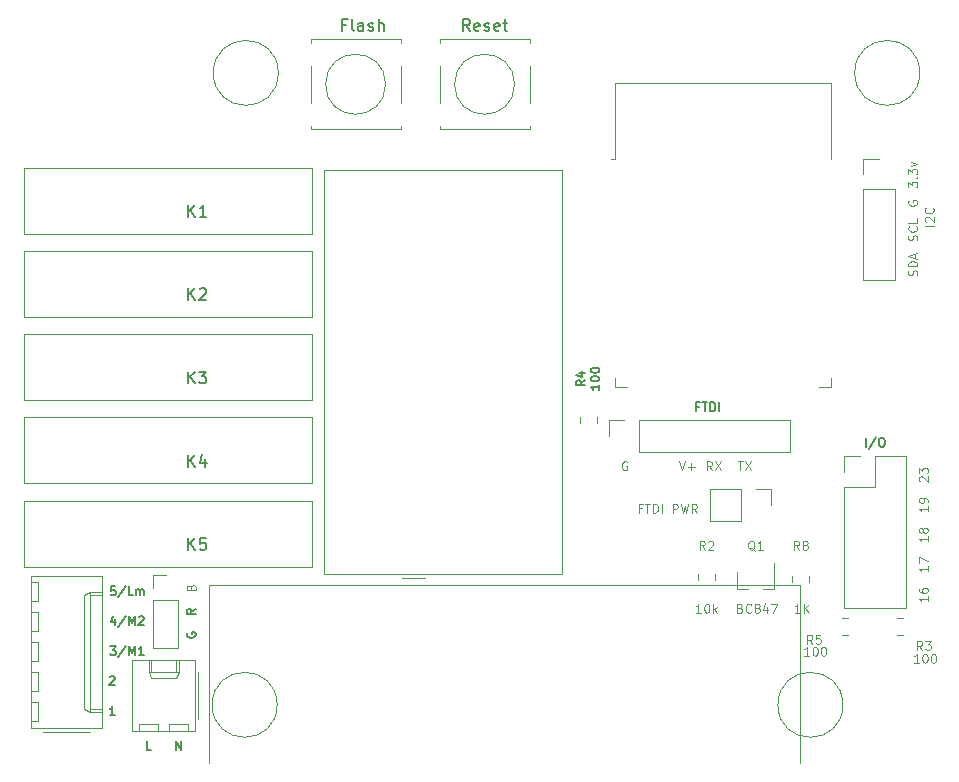
<source format=gbr>
%TF.GenerationSoftware,KiCad,Pcbnew,5.1.5+dfsg1-2build2*%
%TF.CreationDate,2021-01-07T21:04:46-03:00*%
%TF.ProjectId,Punkatoo,50756e6b-6174-46f6-9f2e-6b696361645f,rev?*%
%TF.SameCoordinates,Original*%
%TF.FileFunction,Legend,Top*%
%TF.FilePolarity,Positive*%
%FSLAX46Y46*%
G04 Gerber Fmt 4.6, Leading zero omitted, Abs format (unit mm)*
G04 Created by KiCad (PCBNEW 5.1.5+dfsg1-2build2) date 2021-01-07 21:04:46*
%MOMM*%
%LPD*%
G04 APERTURE LIST*
%ADD10C,0.120000*%
%ADD11C,0.130000*%
%ADD12C,0.150000*%
G04 APERTURE END LIST*
D10*
X146789285Y-73171429D02*
X146789285Y-72707143D01*
X147075000Y-72957143D01*
X147075000Y-72850001D01*
X147110714Y-72778572D01*
X147146428Y-72742858D01*
X147217857Y-72707143D01*
X147396428Y-72707143D01*
X147467857Y-72742858D01*
X147503571Y-72778572D01*
X147539285Y-72850001D01*
X147539285Y-73064286D01*
X147503571Y-73135715D01*
X147467857Y-73171429D01*
X147467857Y-72385715D02*
X147503571Y-72350001D01*
X147539285Y-72385715D01*
X147503571Y-72421429D01*
X147467857Y-72385715D01*
X147539285Y-72385715D01*
X146789285Y-72100001D02*
X146789285Y-71635715D01*
X147075000Y-71885715D01*
X147075000Y-71778572D01*
X147110714Y-71707143D01*
X147146428Y-71671429D01*
X147217857Y-71635715D01*
X147396428Y-71635715D01*
X147467857Y-71671429D01*
X147503571Y-71707143D01*
X147539285Y-71778572D01*
X147539285Y-71992858D01*
X147503571Y-72064286D01*
X147467857Y-72100001D01*
X147039285Y-71385715D02*
X147539285Y-71207143D01*
X147039285Y-71028572D01*
X147760714Y-98071429D02*
X147725000Y-98035715D01*
X147689285Y-97964286D01*
X147689285Y-97785715D01*
X147725000Y-97714286D01*
X147760714Y-97678572D01*
X147832142Y-97642858D01*
X147903571Y-97642858D01*
X148010714Y-97678572D01*
X148439285Y-98107143D01*
X148439285Y-97642858D01*
X147689285Y-97392858D02*
X147689285Y-96928572D01*
X147975000Y-97178572D01*
X147975000Y-97071429D01*
X148010714Y-97000001D01*
X148046428Y-96964286D01*
X148117857Y-96928572D01*
X148296428Y-96928572D01*
X148367857Y-96964286D01*
X148403571Y-97000001D01*
X148439285Y-97071429D01*
X148439285Y-97285715D01*
X148403571Y-97357143D01*
X148367857Y-97392858D01*
X148439285Y-100182858D02*
X148439285Y-100611429D01*
X148439285Y-100397143D02*
X147689285Y-100397143D01*
X147796428Y-100468572D01*
X147867857Y-100540001D01*
X147903571Y-100611429D01*
X148439285Y-99825715D02*
X148439285Y-99682858D01*
X148403571Y-99611429D01*
X148367857Y-99575715D01*
X148260714Y-99504286D01*
X148117857Y-99468572D01*
X147832142Y-99468572D01*
X147760714Y-99504286D01*
X147725000Y-99540001D01*
X147689285Y-99611429D01*
X147689285Y-99754286D01*
X147725000Y-99825715D01*
X147760714Y-99861429D01*
X147832142Y-99897143D01*
X148010714Y-99897143D01*
X148082142Y-99861429D01*
X148117857Y-99825715D01*
X148153571Y-99754286D01*
X148153571Y-99611429D01*
X148117857Y-99540001D01*
X148082142Y-99504286D01*
X148010714Y-99468572D01*
X148439285Y-102722858D02*
X148439285Y-103151429D01*
X148439285Y-102937143D02*
X147689285Y-102937143D01*
X147796428Y-103008572D01*
X147867857Y-103080001D01*
X147903571Y-103151429D01*
X148010714Y-102294286D02*
X147975000Y-102365715D01*
X147939285Y-102401429D01*
X147867857Y-102437143D01*
X147832142Y-102437143D01*
X147760714Y-102401429D01*
X147725000Y-102365715D01*
X147689285Y-102294286D01*
X147689285Y-102151429D01*
X147725000Y-102080001D01*
X147760714Y-102044286D01*
X147832142Y-102008572D01*
X147867857Y-102008572D01*
X147939285Y-102044286D01*
X147975000Y-102080001D01*
X148010714Y-102151429D01*
X148010714Y-102294286D01*
X148046428Y-102365715D01*
X148082142Y-102401429D01*
X148153571Y-102437143D01*
X148296428Y-102437143D01*
X148367857Y-102401429D01*
X148403571Y-102365715D01*
X148439285Y-102294286D01*
X148439285Y-102151429D01*
X148403571Y-102080001D01*
X148367857Y-102044286D01*
X148296428Y-102008572D01*
X148153571Y-102008572D01*
X148082142Y-102044286D01*
X148046428Y-102080001D01*
X148010714Y-102151429D01*
X148439285Y-105262858D02*
X148439285Y-105691429D01*
X148439285Y-105477143D02*
X147689285Y-105477143D01*
X147796428Y-105548572D01*
X147867857Y-105620001D01*
X147903571Y-105691429D01*
X147689285Y-105012858D02*
X147689285Y-104512858D01*
X148439285Y-104834286D01*
X148439285Y-107802858D02*
X148439285Y-108231429D01*
X148439285Y-108017143D02*
X147689285Y-108017143D01*
X147796428Y-108088572D01*
X147867857Y-108160001D01*
X147903571Y-108231429D01*
X147689285Y-107160001D02*
X147689285Y-107302858D01*
X147725000Y-107374286D01*
X147760714Y-107410001D01*
X147867857Y-107481429D01*
X148010714Y-107517143D01*
X148296428Y-107517143D01*
X148367857Y-107481429D01*
X148403571Y-107445715D01*
X148439285Y-107374286D01*
X148439285Y-107231429D01*
X148403571Y-107160001D01*
X148367857Y-107124286D01*
X148296428Y-107088572D01*
X148117857Y-107088572D01*
X148046428Y-107124286D01*
X148010714Y-107160001D01*
X147975000Y-107231429D01*
X147975000Y-107374286D01*
X148010714Y-107445715D01*
X148046428Y-107481429D01*
X148117857Y-107517143D01*
X146825000Y-74312619D02*
X146789285Y-74384048D01*
X146789285Y-74491190D01*
X146825000Y-74598333D01*
X146896428Y-74669762D01*
X146967857Y-74705476D01*
X147110714Y-74741190D01*
X147217857Y-74741190D01*
X147360714Y-74705476D01*
X147432142Y-74669762D01*
X147503571Y-74598333D01*
X147539285Y-74491190D01*
X147539285Y-74419762D01*
X147503571Y-74312619D01*
X147467857Y-74276905D01*
X147217857Y-74276905D01*
X147217857Y-74419762D01*
X147503571Y-77668096D02*
X147539285Y-77560953D01*
X147539285Y-77382381D01*
X147503571Y-77310953D01*
X147467857Y-77275239D01*
X147396428Y-77239524D01*
X147325000Y-77239524D01*
X147253571Y-77275239D01*
X147217857Y-77310953D01*
X147182142Y-77382381D01*
X147146428Y-77525239D01*
X147110714Y-77596667D01*
X147075000Y-77632381D01*
X147003571Y-77668096D01*
X146932142Y-77668096D01*
X146860714Y-77632381D01*
X146825000Y-77596667D01*
X146789285Y-77525239D01*
X146789285Y-77346667D01*
X146825000Y-77239524D01*
X147467857Y-76489524D02*
X147503571Y-76525239D01*
X147539285Y-76632381D01*
X147539285Y-76703810D01*
X147503571Y-76810953D01*
X147432142Y-76882381D01*
X147360714Y-76918096D01*
X147217857Y-76953810D01*
X147110714Y-76953810D01*
X146967857Y-76918096D01*
X146896428Y-76882381D01*
X146825000Y-76810953D01*
X146789285Y-76703810D01*
X146789285Y-76632381D01*
X146825000Y-76525239D01*
X146860714Y-76489524D01*
X147539285Y-75810953D02*
X147539285Y-76168096D01*
X146789285Y-76168096D01*
X147503571Y-80630715D02*
X147539285Y-80523572D01*
X147539285Y-80345001D01*
X147503571Y-80273572D01*
X147467857Y-80237858D01*
X147396428Y-80202143D01*
X147325000Y-80202143D01*
X147253571Y-80237858D01*
X147217857Y-80273572D01*
X147182142Y-80345001D01*
X147146428Y-80487858D01*
X147110714Y-80559286D01*
X147075000Y-80595001D01*
X147003571Y-80630715D01*
X146932142Y-80630715D01*
X146860714Y-80595001D01*
X146825000Y-80559286D01*
X146789285Y-80487858D01*
X146789285Y-80309286D01*
X146825000Y-80202143D01*
X147539285Y-79880715D02*
X146789285Y-79880715D01*
X146789285Y-79702143D01*
X146825000Y-79595001D01*
X146896428Y-79523572D01*
X146967857Y-79487858D01*
X147110714Y-79452143D01*
X147217857Y-79452143D01*
X147360714Y-79487858D01*
X147432142Y-79523572D01*
X147503571Y-79595001D01*
X147539285Y-79702143D01*
X147539285Y-79880715D01*
X147325000Y-79166429D02*
X147325000Y-78809286D01*
X147539285Y-79237858D02*
X146789285Y-78987858D01*
X147539285Y-78737858D01*
D11*
X85725000Y-110903571D02*
X85689285Y-110975000D01*
X85689285Y-111082142D01*
X85725000Y-111189285D01*
X85796428Y-111260714D01*
X85867857Y-111296428D01*
X86010714Y-111332142D01*
X86117857Y-111332142D01*
X86260714Y-111296428D01*
X86332142Y-111260714D01*
X86403571Y-111189285D01*
X86439285Y-111082142D01*
X86439285Y-111010714D01*
X86403571Y-110903571D01*
X86367857Y-110867857D01*
X86117857Y-110867857D01*
X86117857Y-111010714D01*
X86439285Y-108867857D02*
X86082142Y-109117857D01*
X86439285Y-109296428D02*
X85689285Y-109296428D01*
X85689285Y-109010714D01*
X85725000Y-108939285D01*
X85760714Y-108903571D01*
X85832142Y-108867857D01*
X85939285Y-108867857D01*
X86010714Y-108903571D01*
X86046428Y-108939285D01*
X86082142Y-109010714D01*
X86082142Y-109296428D01*
D10*
X127385714Y-96389285D02*
X127635714Y-97139285D01*
X127885714Y-96389285D01*
X128135714Y-96853571D02*
X128707142Y-96853571D01*
X128421428Y-97139285D02*
X128421428Y-96567857D01*
X132328571Y-96389285D02*
X132757142Y-96389285D01*
X132542857Y-97139285D02*
X132542857Y-96389285D01*
X132935714Y-96389285D02*
X133435714Y-97139285D01*
X133435714Y-96389285D02*
X132935714Y-97139285D01*
X130175000Y-97139285D02*
X129925000Y-96782142D01*
X129746428Y-97139285D02*
X129746428Y-96389285D01*
X130032142Y-96389285D01*
X130103571Y-96425000D01*
X130139285Y-96460714D01*
X130175000Y-96532142D01*
X130175000Y-96639285D01*
X130139285Y-96710714D01*
X130103571Y-96746428D01*
X130032142Y-96782142D01*
X129746428Y-96782142D01*
X130425000Y-96389285D02*
X130925000Y-97139285D01*
X130925000Y-96389285D02*
X130425000Y-97139285D01*
X122956428Y-96425000D02*
X122885000Y-96389285D01*
X122777857Y-96389285D01*
X122670714Y-96425000D01*
X122599285Y-96496428D01*
X122563571Y-96567857D01*
X122527857Y-96710714D01*
X122527857Y-96817857D01*
X122563571Y-96960714D01*
X122599285Y-97032142D01*
X122670714Y-97103571D01*
X122777857Y-97139285D01*
X122849285Y-97139285D01*
X122956428Y-97103571D01*
X122992142Y-97067857D01*
X122992142Y-96817857D01*
X122849285Y-96817857D01*
X86046428Y-107046428D02*
X86082142Y-106939285D01*
X86117857Y-106903571D01*
X86189285Y-106867857D01*
X86296428Y-106867857D01*
X86367857Y-106903571D01*
X86403571Y-106939285D01*
X86439285Y-107010714D01*
X86439285Y-107296428D01*
X85689285Y-107296428D01*
X85689285Y-107046428D01*
X85725000Y-106975000D01*
X85760714Y-106939285D01*
X85832142Y-106903571D01*
X85903571Y-106903571D01*
X85975000Y-106939285D01*
X86010714Y-106975000D01*
X86046428Y-107046428D01*
X86046428Y-107296428D01*
D11*
X84785714Y-120839285D02*
X84785714Y-120089285D01*
X85214285Y-120839285D01*
X85214285Y-120089285D01*
X82692142Y-120839285D02*
X82335000Y-120839285D01*
X82335000Y-120089285D01*
X79614285Y-117884285D02*
X79185714Y-117884285D01*
X79400000Y-117884285D02*
X79400000Y-117134285D01*
X79328571Y-117241428D01*
X79257142Y-117312857D01*
X79185714Y-117348571D01*
X79185714Y-114665714D02*
X79221428Y-114630000D01*
X79292857Y-114594285D01*
X79471428Y-114594285D01*
X79542857Y-114630000D01*
X79578571Y-114665714D01*
X79614285Y-114737142D01*
X79614285Y-114808571D01*
X79578571Y-114915714D01*
X79150000Y-115344285D01*
X79614285Y-115344285D01*
X79221428Y-112054285D02*
X79685714Y-112054285D01*
X79435714Y-112340000D01*
X79542857Y-112340000D01*
X79614285Y-112375714D01*
X79650000Y-112411428D01*
X79685714Y-112482857D01*
X79685714Y-112661428D01*
X79650000Y-112732857D01*
X79614285Y-112768571D01*
X79542857Y-112804285D01*
X79328571Y-112804285D01*
X79257142Y-112768571D01*
X79221428Y-112732857D01*
X80542857Y-112018571D02*
X79900000Y-112982857D01*
X80792857Y-112804285D02*
X80792857Y-112054285D01*
X81042857Y-112590000D01*
X81292857Y-112054285D01*
X81292857Y-112804285D01*
X82042857Y-112804285D02*
X81614285Y-112804285D01*
X81828571Y-112804285D02*
X81828571Y-112054285D01*
X81757142Y-112161428D01*
X81685714Y-112232857D01*
X81614285Y-112268571D01*
X79614285Y-109764285D02*
X79614285Y-110264285D01*
X79435714Y-109478571D02*
X79257142Y-110014285D01*
X79721428Y-110014285D01*
X80542857Y-109478571D02*
X79900000Y-110442857D01*
X80792857Y-110264285D02*
X80792857Y-109514285D01*
X81042857Y-110050000D01*
X81292857Y-109514285D01*
X81292857Y-110264285D01*
X81614285Y-109585714D02*
X81650000Y-109550000D01*
X81721428Y-109514285D01*
X81900000Y-109514285D01*
X81971428Y-109550000D01*
X82007142Y-109585714D01*
X82042857Y-109657142D01*
X82042857Y-109728571D01*
X82007142Y-109835714D01*
X81578571Y-110264285D01*
X82042857Y-110264285D01*
X79649999Y-106974285D02*
X79292857Y-106974285D01*
X79257142Y-107331428D01*
X79292857Y-107295714D01*
X79364285Y-107260000D01*
X79542857Y-107260000D01*
X79614285Y-107295714D01*
X79649999Y-107331428D01*
X79685714Y-107402857D01*
X79685714Y-107581428D01*
X79649999Y-107652857D01*
X79614285Y-107688571D01*
X79542857Y-107724285D01*
X79364285Y-107724285D01*
X79292857Y-107688571D01*
X79257142Y-107652857D01*
X80542857Y-106938571D02*
X79899999Y-107902857D01*
X81149999Y-107724285D02*
X80792857Y-107724285D01*
X80792857Y-106974285D01*
X81399999Y-107724285D02*
X81399999Y-107224285D01*
X81399999Y-107295714D02*
X81435714Y-107260000D01*
X81507142Y-107224285D01*
X81614285Y-107224285D01*
X81685714Y-107260000D01*
X81721428Y-107331428D01*
X81721428Y-107724285D01*
X81721428Y-107331428D02*
X81757142Y-107260000D01*
X81828571Y-107224285D01*
X81935714Y-107224285D01*
X82007142Y-107260000D01*
X82042857Y-107331428D01*
X82042857Y-107724285D01*
D10*
%TO.C,REF\002A\002A*%
X93350000Y-117000000D02*
G75*
G03X93350000Y-117000000I-2750000J0D01*
G01*
X141250000Y-117000000D02*
G75*
G03X141250000Y-117000000I-2750000J0D01*
G01*
X147750000Y-63500000D02*
G75*
G03X147750000Y-63500000I-2750000J0D01*
G01*
X93450000Y-63500000D02*
G75*
G03X93450000Y-63500000I-2750000J0D01*
G01*
%TO.C,J6*%
X142970000Y-70770000D02*
X144300000Y-70770000D01*
X142970000Y-72100000D02*
X142970000Y-70770000D01*
X142970000Y-73370000D02*
X145630000Y-73370000D01*
X145630000Y-73370000D02*
X145630000Y-81050000D01*
X142970000Y-73370000D02*
X142970000Y-81050000D01*
X142970000Y-81050000D02*
X145630000Y-81050000D01*
%TO.C,Capacitor*%
X87600000Y-121900000D02*
X87600000Y-106900000D01*
X87600000Y-106900000D02*
X137600000Y-106900000D01*
X137600000Y-106900000D02*
X137600000Y-121900000D01*
%TO.C,SW2*%
X102530000Y-64460000D02*
G75*
G03X102530000Y-64460000I-2540000J0D01*
G01*
X103800000Y-60950000D02*
X103800000Y-60650000D01*
X96180000Y-60950000D02*
X96180000Y-60650000D01*
X103800000Y-66030000D02*
X103800000Y-62890000D01*
X96180000Y-66030000D02*
X96180000Y-62890000D01*
X103800000Y-68270000D02*
X103800000Y-67970000D01*
X96180000Y-60650000D02*
X103800000Y-60650000D01*
X96180000Y-68270000D02*
X96180000Y-67970000D01*
X103800000Y-68270000D02*
X96180000Y-68270000D01*
%TO.C,SW1*%
X113450000Y-64460000D02*
G75*
G03X113450000Y-64460000I-2540000J0D01*
G01*
X107100000Y-67970000D02*
X107100000Y-68270000D01*
X114720000Y-67970000D02*
X114720000Y-68270000D01*
X107100000Y-62890000D02*
X107100000Y-66030000D01*
X114720000Y-62890000D02*
X114720000Y-66030000D01*
X107100000Y-60650000D02*
X107100000Y-60950000D01*
X114720000Y-68270000D02*
X107100000Y-68270000D01*
X114720000Y-60650000D02*
X114720000Y-60950000D01*
X107100000Y-60650000D02*
X114720000Y-60650000D01*
%TO.C,C2*%
X82840000Y-106040000D02*
X83900000Y-106040000D01*
X82840000Y-107100000D02*
X82840000Y-106040000D01*
X82840000Y-108100000D02*
X84960000Y-108100000D01*
X84960000Y-108100000D02*
X84960000Y-112160000D01*
X82840000Y-108100000D02*
X82840000Y-112160000D01*
X82840000Y-112160000D02*
X84960000Y-112160000D01*
%TO.C,R4*%
X118990000Y-92638748D02*
X118990000Y-93161252D01*
X120410000Y-92638748D02*
X120410000Y-93161252D01*
%TO.C,U1*%
X121980000Y-89300000D02*
X121980000Y-90080000D01*
X121980000Y-90080000D02*
X122980000Y-90080000D01*
X140220000Y-89300000D02*
X140220000Y-90080000D01*
X140220000Y-90080000D02*
X139220000Y-90080000D01*
X121980000Y-64335000D02*
X140220000Y-64335000D01*
X140220000Y-64335000D02*
X140220000Y-70755000D01*
X121980000Y-64335000D02*
X121980000Y-70755000D01*
X121980000Y-70755000D02*
X121600000Y-70755000D01*
%TO.C,J2*%
X141370000Y-95970000D02*
X142700000Y-95970000D01*
X141370000Y-97300000D02*
X141370000Y-95970000D01*
X143970000Y-95970000D02*
X146570000Y-95970000D01*
X143970000Y-98570000D02*
X143970000Y-95970000D01*
X141370000Y-98570000D02*
X143970000Y-98570000D01*
X146570000Y-95970000D02*
X146570000Y-108790000D01*
X141370000Y-98570000D02*
X141370000Y-108790000D01*
X141370000Y-108790000D02*
X146570000Y-108790000D01*
%TO.C,J3*%
X121420000Y-94250000D02*
X121420000Y-92920000D01*
X121420000Y-92920000D02*
X122750000Y-92920000D01*
X124020000Y-92920000D02*
X136780000Y-92920000D01*
X136780000Y-95580000D02*
X136780000Y-92920000D01*
X124020000Y-95580000D02*
X136780000Y-95580000D01*
X124020000Y-95580000D02*
X124020000Y-92920000D01*
%TO.C,J7*%
X73070000Y-106640000D02*
X72470000Y-106640000D01*
X73070000Y-108240000D02*
X73070000Y-106640000D01*
X72470000Y-108240000D02*
X73070000Y-108240000D01*
X73070000Y-109180000D02*
X72470000Y-109180000D01*
X73070000Y-110780000D02*
X73070000Y-109180000D01*
X72470000Y-110780000D02*
X73070000Y-110780000D01*
X73070000Y-111720000D02*
X72470000Y-111720000D01*
X73070000Y-113320000D02*
X73070000Y-111720000D01*
X72470000Y-113320000D02*
X73070000Y-113320000D01*
X73070000Y-114260000D02*
X72470000Y-114260000D01*
X73070000Y-115860000D02*
X73070000Y-114260000D01*
X72470000Y-115860000D02*
X73070000Y-115860000D01*
X73070000Y-116800000D02*
X72470000Y-116800000D01*
X73070000Y-118400000D02*
X73070000Y-116800000D01*
X72470000Y-118400000D02*
X73070000Y-118400000D01*
X78490000Y-107690000D02*
X77490000Y-107690000D01*
X78490000Y-117350000D02*
X77490000Y-117350000D01*
X76960000Y-107690000D02*
X77490000Y-107440000D01*
X76960000Y-117350000D02*
X76960000Y-107690000D01*
X77490000Y-117600000D02*
X76960000Y-117350000D01*
X77490000Y-107440000D02*
X78490000Y-107440000D01*
X77490000Y-117600000D02*
X77490000Y-107440000D01*
X78490000Y-117600000D02*
X77490000Y-117600000D01*
X73500000Y-119270000D02*
X77500000Y-119270000D01*
X72470000Y-106060000D02*
X72470000Y-118980000D01*
X78490000Y-106060000D02*
X72470000Y-106060000D01*
X78490000Y-118980000D02*
X78490000Y-106060000D01*
X72470000Y-118980000D02*
X78490000Y-118980000D01*
%TO.C,J1*%
X81660000Y-118630000D02*
X81660000Y-119230000D01*
X83260000Y-118630000D02*
X81660000Y-118630000D01*
X83260000Y-119230000D02*
X83260000Y-118630000D01*
X84200000Y-118630000D02*
X84200000Y-119230000D01*
X85800000Y-118630000D02*
X84200000Y-118630000D01*
X85800000Y-119230000D02*
X85800000Y-118630000D01*
X82710000Y-113210000D02*
X82710000Y-114210000D01*
X84750000Y-113210000D02*
X84750000Y-114210000D01*
X82710000Y-114740000D02*
X82460000Y-114210000D01*
X84750000Y-114740000D02*
X82710000Y-114740000D01*
X85000000Y-114210000D02*
X84750000Y-114740000D01*
X82460000Y-114210000D02*
X82460000Y-113210000D01*
X85000000Y-114210000D02*
X82460000Y-114210000D01*
X85000000Y-113210000D02*
X85000000Y-114210000D01*
X86670000Y-118200000D02*
X86670000Y-114200000D01*
X81080000Y-119230000D02*
X86380000Y-119230000D01*
X81080000Y-113210000D02*
X81080000Y-119230000D01*
X86380000Y-113210000D02*
X81080000Y-113210000D01*
X86380000Y-119230000D02*
X86380000Y-113210000D01*
%TO.C,PS1*%
X103900000Y-106306000D02*
X105910000Y-106306000D01*
X97300000Y-71716000D02*
X97300000Y-105916000D01*
X117500000Y-71716000D02*
X97300000Y-71716000D01*
X117500000Y-105916000D02*
X117500000Y-71716000D01*
X97300000Y-105916000D02*
X117500000Y-105916000D01*
%TO.C,K5*%
X96264000Y-99706000D02*
X96264000Y-105294000D01*
X71880000Y-99706000D02*
X96264000Y-99706000D01*
X71880000Y-105294000D02*
X71880000Y-99706000D01*
X96264000Y-105294000D02*
X71880000Y-105294000D01*
%TO.C,K4*%
X96264000Y-92657500D02*
X96264000Y-98245500D01*
X71880000Y-92657500D02*
X96264000Y-92657500D01*
X71880000Y-98245500D02*
X71880000Y-92657500D01*
X96264000Y-98245500D02*
X71880000Y-98245500D01*
%TO.C,K3*%
X96264000Y-85609000D02*
X96264000Y-91197000D01*
X71880000Y-85609000D02*
X96264000Y-85609000D01*
X71880000Y-91197000D02*
X71880000Y-85609000D01*
X96264000Y-91197000D02*
X71880000Y-91197000D01*
%TO.C,K2*%
X96264000Y-78560500D02*
X96264000Y-84148500D01*
X71880000Y-78560500D02*
X96264000Y-78560500D01*
X71880000Y-84148500D02*
X71880000Y-78560500D01*
X96264000Y-84148500D02*
X71880000Y-84148500D01*
%TO.C,K1*%
X96264000Y-71512000D02*
X96264000Y-77100000D01*
X71880000Y-71512000D02*
X96264000Y-71512000D01*
X71880000Y-77100000D02*
X71880000Y-71512000D01*
X96264000Y-77100000D02*
X71880000Y-77100000D01*
%TO.C,R5*%
X141138748Y-111110000D02*
X141661252Y-111110000D01*
X141138748Y-109690000D02*
X141661252Y-109690000D01*
%TO.C,R3*%
X146361252Y-109690000D02*
X145838748Y-109690000D01*
X146361252Y-111110000D02*
X145838748Y-111110000D01*
%TO.C,Q1*%
X132278000Y-107186000D02*
X133208000Y-107186000D01*
X135438000Y-107186000D02*
X134508000Y-107186000D01*
X135438000Y-107186000D02*
X135438000Y-105026000D01*
X132278000Y-107186000D02*
X132278000Y-105726000D01*
%TO.C,R2*%
X128970000Y-105939748D02*
X128970000Y-106462252D01*
X130390000Y-105939748D02*
X130390000Y-106462252D01*
%TO.C,JP1*%
X135188000Y-98746000D02*
X135188000Y-100076000D01*
X133858000Y-98746000D02*
X135188000Y-98746000D01*
X132588000Y-98746000D02*
X132588000Y-101406000D01*
X132588000Y-101406000D02*
X129988000Y-101406000D01*
X132588000Y-98746000D02*
X129988000Y-98746000D01*
X129988000Y-98746000D02*
X129988000Y-101406000D01*
%TO.C,R8*%
X136958000Y-106086748D02*
X136958000Y-106609252D01*
X138378000Y-106086748D02*
X138378000Y-106609252D01*
%TO.C,J6*%
X148939285Y-76432142D02*
X148189285Y-76432142D01*
X148260714Y-76110714D02*
X148225000Y-76075000D01*
X148189285Y-76003571D01*
X148189285Y-75825000D01*
X148225000Y-75753571D01*
X148260714Y-75717857D01*
X148332142Y-75682142D01*
X148403571Y-75682142D01*
X148510714Y-75717857D01*
X148939285Y-76146428D01*
X148939285Y-75682142D01*
X148867857Y-74932142D02*
X148903571Y-74967857D01*
X148939285Y-75075000D01*
X148939285Y-75146428D01*
X148903571Y-75253571D01*
X148832142Y-75325000D01*
X148760714Y-75360714D01*
X148617857Y-75396428D01*
X148510714Y-75396428D01*
X148367857Y-75360714D01*
X148296428Y-75325000D01*
X148225000Y-75253571D01*
X148189285Y-75146428D01*
X148189285Y-75075000D01*
X148225000Y-74967857D01*
X148260714Y-74932142D01*
%TO.C,SW2*%
D12*
X99171428Y-59428571D02*
X98838095Y-59428571D01*
X98838095Y-59952380D02*
X98838095Y-58952380D01*
X99314285Y-58952380D01*
X99838095Y-59952380D02*
X99742857Y-59904761D01*
X99695238Y-59809523D01*
X99695238Y-58952380D01*
X100647619Y-59952380D02*
X100647619Y-59428571D01*
X100600000Y-59333333D01*
X100504761Y-59285714D01*
X100314285Y-59285714D01*
X100219047Y-59333333D01*
X100647619Y-59904761D02*
X100552380Y-59952380D01*
X100314285Y-59952380D01*
X100219047Y-59904761D01*
X100171428Y-59809523D01*
X100171428Y-59714285D01*
X100219047Y-59619047D01*
X100314285Y-59571428D01*
X100552380Y-59571428D01*
X100647619Y-59523809D01*
X101076190Y-59904761D02*
X101171428Y-59952380D01*
X101361904Y-59952380D01*
X101457142Y-59904761D01*
X101504761Y-59809523D01*
X101504761Y-59761904D01*
X101457142Y-59666666D01*
X101361904Y-59619047D01*
X101219047Y-59619047D01*
X101123809Y-59571428D01*
X101076190Y-59476190D01*
X101076190Y-59428571D01*
X101123809Y-59333333D01*
X101219047Y-59285714D01*
X101361904Y-59285714D01*
X101457142Y-59333333D01*
X101933333Y-59952380D02*
X101933333Y-58952380D01*
X102361904Y-59952380D02*
X102361904Y-59428571D01*
X102314285Y-59333333D01*
X102219047Y-59285714D01*
X102076190Y-59285714D01*
X101980952Y-59333333D01*
X101933333Y-59380952D01*
%TO.C,SW1*%
X109661904Y-59952380D02*
X109328571Y-59476190D01*
X109090476Y-59952380D02*
X109090476Y-58952380D01*
X109471428Y-58952380D01*
X109566666Y-59000000D01*
X109614285Y-59047619D01*
X109661904Y-59142857D01*
X109661904Y-59285714D01*
X109614285Y-59380952D01*
X109566666Y-59428571D01*
X109471428Y-59476190D01*
X109090476Y-59476190D01*
X110471428Y-59904761D02*
X110376190Y-59952380D01*
X110185714Y-59952380D01*
X110090476Y-59904761D01*
X110042857Y-59809523D01*
X110042857Y-59428571D01*
X110090476Y-59333333D01*
X110185714Y-59285714D01*
X110376190Y-59285714D01*
X110471428Y-59333333D01*
X110519047Y-59428571D01*
X110519047Y-59523809D01*
X110042857Y-59619047D01*
X110900000Y-59904761D02*
X110995238Y-59952380D01*
X111185714Y-59952380D01*
X111280952Y-59904761D01*
X111328571Y-59809523D01*
X111328571Y-59761904D01*
X111280952Y-59666666D01*
X111185714Y-59619047D01*
X111042857Y-59619047D01*
X110947619Y-59571428D01*
X110900000Y-59476190D01*
X110900000Y-59428571D01*
X110947619Y-59333333D01*
X111042857Y-59285714D01*
X111185714Y-59285714D01*
X111280952Y-59333333D01*
X112138095Y-59904761D02*
X112042857Y-59952380D01*
X111852380Y-59952380D01*
X111757142Y-59904761D01*
X111709523Y-59809523D01*
X111709523Y-59428571D01*
X111757142Y-59333333D01*
X111852380Y-59285714D01*
X112042857Y-59285714D01*
X112138095Y-59333333D01*
X112185714Y-59428571D01*
X112185714Y-59523809D01*
X111709523Y-59619047D01*
X112471428Y-59285714D02*
X112852380Y-59285714D01*
X112614285Y-58952380D02*
X112614285Y-59809523D01*
X112661904Y-59904761D01*
X112757142Y-59952380D01*
X112852380Y-59952380D01*
%TO.C,R4*%
D11*
X119439285Y-89525000D02*
X119082142Y-89775000D01*
X119439285Y-89953571D02*
X118689285Y-89953571D01*
X118689285Y-89667857D01*
X118725000Y-89596428D01*
X118760714Y-89560714D01*
X118832142Y-89525000D01*
X118939285Y-89525000D01*
X119010714Y-89560714D01*
X119046428Y-89596428D01*
X119082142Y-89667857D01*
X119082142Y-89953571D01*
X118939285Y-88882142D02*
X119439285Y-88882142D01*
X118653571Y-89060714D02*
X119189285Y-89239285D01*
X119189285Y-88775000D01*
X120639285Y-89900000D02*
X120639285Y-90328571D01*
X120639285Y-90114285D02*
X119889285Y-90114285D01*
X119996428Y-90185714D01*
X120067857Y-90257142D01*
X120103571Y-90328571D01*
X119889285Y-89435714D02*
X119889285Y-89364285D01*
X119925000Y-89292857D01*
X119960714Y-89257142D01*
X120032142Y-89221428D01*
X120175000Y-89185714D01*
X120353571Y-89185714D01*
X120496428Y-89221428D01*
X120567857Y-89257142D01*
X120603571Y-89292857D01*
X120639285Y-89364285D01*
X120639285Y-89435714D01*
X120603571Y-89507142D01*
X120567857Y-89542857D01*
X120496428Y-89578571D01*
X120353571Y-89614285D01*
X120175000Y-89614285D01*
X120032142Y-89578571D01*
X119960714Y-89542857D01*
X119925000Y-89507142D01*
X119889285Y-89435714D01*
X119889285Y-88721428D02*
X119889285Y-88650000D01*
X119925000Y-88578571D01*
X119960714Y-88542857D01*
X120032142Y-88507142D01*
X120175000Y-88471428D01*
X120353571Y-88471428D01*
X120496428Y-88507142D01*
X120567857Y-88542857D01*
X120603571Y-88578571D01*
X120639285Y-88650000D01*
X120639285Y-88721428D01*
X120603571Y-88792857D01*
X120567857Y-88828571D01*
X120496428Y-88864285D01*
X120353571Y-88900000D01*
X120175000Y-88900000D01*
X120032142Y-88864285D01*
X119960714Y-88828571D01*
X119925000Y-88792857D01*
X119889285Y-88721428D01*
%TO.C,J2*%
X143189285Y-95139285D02*
X143189285Y-94389285D01*
X144082142Y-94353571D02*
X143439285Y-95317857D01*
X144475000Y-94389285D02*
X144617857Y-94389285D01*
X144689285Y-94425000D01*
X144760714Y-94496428D01*
X144796428Y-94639285D01*
X144796428Y-94889285D01*
X144760714Y-95032142D01*
X144689285Y-95103571D01*
X144617857Y-95139285D01*
X144475000Y-95139285D01*
X144403571Y-95103571D01*
X144332142Y-95032142D01*
X144296428Y-94889285D01*
X144296428Y-94639285D01*
X144332142Y-94496428D01*
X144403571Y-94425000D01*
X144475000Y-94389285D01*
%TO.C,J3*%
X129067857Y-91746428D02*
X128817857Y-91746428D01*
X128817857Y-92139285D02*
X128817857Y-91389285D01*
X129175000Y-91389285D01*
X129353571Y-91389285D02*
X129782142Y-91389285D01*
X129567857Y-92139285D02*
X129567857Y-91389285D01*
X130032142Y-92139285D02*
X130032142Y-91389285D01*
X130210714Y-91389285D01*
X130317857Y-91425000D01*
X130389285Y-91496428D01*
X130425000Y-91567857D01*
X130460714Y-91710714D01*
X130460714Y-91817857D01*
X130425000Y-91960714D01*
X130389285Y-92032142D01*
X130317857Y-92103571D01*
X130210714Y-92139285D01*
X130032142Y-92139285D01*
X130782142Y-92139285D02*
X130782142Y-91389285D01*
%TO.C,K5*%
D12*
X85830724Y-103887100D02*
X85830724Y-102887100D01*
X86402153Y-103887100D02*
X85973581Y-103315672D01*
X86402153Y-102887100D02*
X85830724Y-103458529D01*
X87306915Y-102887100D02*
X86830724Y-102887100D01*
X86783105Y-103363291D01*
X86830724Y-103315672D01*
X86925962Y-103268053D01*
X87164058Y-103268053D01*
X87259296Y-103315672D01*
X87306915Y-103363291D01*
X87354534Y-103458529D01*
X87354534Y-103696624D01*
X87306915Y-103791862D01*
X87259296Y-103839481D01*
X87164058Y-103887100D01*
X86925962Y-103887100D01*
X86830724Y-103839481D01*
X86783105Y-103791862D01*
%TO.C,K4*%
X85830724Y-96838600D02*
X85830724Y-95838600D01*
X86402153Y-96838600D02*
X85973581Y-96267172D01*
X86402153Y-95838600D02*
X85830724Y-96410029D01*
X87259296Y-96171934D02*
X87259296Y-96838600D01*
X87021200Y-95790981D02*
X86783105Y-96505267D01*
X87402153Y-96505267D01*
%TO.C,K3*%
X85830724Y-89790100D02*
X85830724Y-88790100D01*
X86402153Y-89790100D02*
X85973581Y-89218672D01*
X86402153Y-88790100D02*
X85830724Y-89361529D01*
X86735486Y-88790100D02*
X87354534Y-88790100D01*
X87021200Y-89171053D01*
X87164058Y-89171053D01*
X87259296Y-89218672D01*
X87306915Y-89266291D01*
X87354534Y-89361529D01*
X87354534Y-89599624D01*
X87306915Y-89694862D01*
X87259296Y-89742481D01*
X87164058Y-89790100D01*
X86878343Y-89790100D01*
X86783105Y-89742481D01*
X86735486Y-89694862D01*
%TO.C,K2*%
X85830724Y-82741600D02*
X85830724Y-81741600D01*
X86402153Y-82741600D02*
X85973581Y-82170172D01*
X86402153Y-81741600D02*
X85830724Y-82313029D01*
X86783105Y-81836839D02*
X86830724Y-81789220D01*
X86925962Y-81741600D01*
X87164058Y-81741600D01*
X87259296Y-81789220D01*
X87306915Y-81836839D01*
X87354534Y-81932077D01*
X87354534Y-82027315D01*
X87306915Y-82170172D01*
X86735486Y-82741600D01*
X87354534Y-82741600D01*
%TO.C,K1*%
X85830724Y-75693100D02*
X85830724Y-74693100D01*
X86402153Y-75693100D02*
X85973581Y-75121672D01*
X86402153Y-74693100D02*
X85830724Y-75264529D01*
X87354534Y-75693100D02*
X86783105Y-75693100D01*
X87068820Y-75693100D02*
X87068820Y-74693100D01*
X86973581Y-74835958D01*
X86878343Y-74931196D01*
X86783105Y-74978815D01*
%TO.C,R5*%
D10*
X138675000Y-111839285D02*
X138425000Y-111482142D01*
X138246428Y-111839285D02*
X138246428Y-111089285D01*
X138532142Y-111089285D01*
X138603571Y-111125000D01*
X138639285Y-111160714D01*
X138675000Y-111232142D01*
X138675000Y-111339285D01*
X138639285Y-111410714D01*
X138603571Y-111446428D01*
X138532142Y-111482142D01*
X138246428Y-111482142D01*
X139353571Y-111089285D02*
X138996428Y-111089285D01*
X138960714Y-111446428D01*
X138996428Y-111410714D01*
X139067857Y-111375000D01*
X139246428Y-111375000D01*
X139317857Y-111410714D01*
X139353571Y-111446428D01*
X139389285Y-111517857D01*
X139389285Y-111696428D01*
X139353571Y-111767857D01*
X139317857Y-111803571D01*
X139246428Y-111839285D01*
X139067857Y-111839285D01*
X138996428Y-111803571D01*
X138960714Y-111767857D01*
X138400000Y-112839285D02*
X137971428Y-112839285D01*
X138185714Y-112839285D02*
X138185714Y-112089285D01*
X138114285Y-112196428D01*
X138042857Y-112267857D01*
X137971428Y-112303571D01*
X138864285Y-112089285D02*
X138935714Y-112089285D01*
X139007142Y-112125000D01*
X139042857Y-112160714D01*
X139078571Y-112232142D01*
X139114285Y-112375000D01*
X139114285Y-112553571D01*
X139078571Y-112696428D01*
X139042857Y-112767857D01*
X139007142Y-112803571D01*
X138935714Y-112839285D01*
X138864285Y-112839285D01*
X138792857Y-112803571D01*
X138757142Y-112767857D01*
X138721428Y-112696428D01*
X138685714Y-112553571D01*
X138685714Y-112375000D01*
X138721428Y-112232142D01*
X138757142Y-112160714D01*
X138792857Y-112125000D01*
X138864285Y-112089285D01*
X139578571Y-112089285D02*
X139650000Y-112089285D01*
X139721428Y-112125000D01*
X139757142Y-112160714D01*
X139792857Y-112232142D01*
X139828571Y-112375000D01*
X139828571Y-112553571D01*
X139792857Y-112696428D01*
X139757142Y-112767857D01*
X139721428Y-112803571D01*
X139650000Y-112839285D01*
X139578571Y-112839285D01*
X139507142Y-112803571D01*
X139471428Y-112767857D01*
X139435714Y-112696428D01*
X139400000Y-112553571D01*
X139400000Y-112375000D01*
X139435714Y-112232142D01*
X139471428Y-112160714D01*
X139507142Y-112125000D01*
X139578571Y-112089285D01*
%TO.C,R3*%
X147975000Y-112339285D02*
X147725000Y-111982142D01*
X147546428Y-112339285D02*
X147546428Y-111589285D01*
X147832142Y-111589285D01*
X147903571Y-111625000D01*
X147939285Y-111660714D01*
X147975000Y-111732142D01*
X147975000Y-111839285D01*
X147939285Y-111910714D01*
X147903571Y-111946428D01*
X147832142Y-111982142D01*
X147546428Y-111982142D01*
X148225000Y-111589285D02*
X148689285Y-111589285D01*
X148439285Y-111875000D01*
X148546428Y-111875000D01*
X148617857Y-111910714D01*
X148653571Y-111946428D01*
X148689285Y-112017857D01*
X148689285Y-112196428D01*
X148653571Y-112267857D01*
X148617857Y-112303571D01*
X148546428Y-112339285D01*
X148332142Y-112339285D01*
X148260714Y-112303571D01*
X148225000Y-112267857D01*
X147700000Y-113439285D02*
X147271428Y-113439285D01*
X147485714Y-113439285D02*
X147485714Y-112689285D01*
X147414285Y-112796428D01*
X147342857Y-112867857D01*
X147271428Y-112903571D01*
X148164285Y-112689285D02*
X148235714Y-112689285D01*
X148307142Y-112725000D01*
X148342857Y-112760714D01*
X148378571Y-112832142D01*
X148414285Y-112975000D01*
X148414285Y-113153571D01*
X148378571Y-113296428D01*
X148342857Y-113367857D01*
X148307142Y-113403571D01*
X148235714Y-113439285D01*
X148164285Y-113439285D01*
X148092857Y-113403571D01*
X148057142Y-113367857D01*
X148021428Y-113296428D01*
X147985714Y-113153571D01*
X147985714Y-112975000D01*
X148021428Y-112832142D01*
X148057142Y-112760714D01*
X148092857Y-112725000D01*
X148164285Y-112689285D01*
X148878571Y-112689285D02*
X148950000Y-112689285D01*
X149021428Y-112725000D01*
X149057142Y-112760714D01*
X149092857Y-112832142D01*
X149128571Y-112975000D01*
X149128571Y-113153571D01*
X149092857Y-113296428D01*
X149057142Y-113367857D01*
X149021428Y-113403571D01*
X148950000Y-113439285D01*
X148878571Y-113439285D01*
X148807142Y-113403571D01*
X148771428Y-113367857D01*
X148735714Y-113296428D01*
X148700000Y-113153571D01*
X148700000Y-112975000D01*
X148735714Y-112832142D01*
X148771428Y-112760714D01*
X148807142Y-112725000D01*
X148878571Y-112689285D01*
%TO.C,Q1*%
X133786571Y-103940714D02*
X133715142Y-103905000D01*
X133643714Y-103833571D01*
X133536571Y-103726428D01*
X133465142Y-103690714D01*
X133393714Y-103690714D01*
X133429428Y-103869285D02*
X133358000Y-103833571D01*
X133286571Y-103762142D01*
X133250857Y-103619285D01*
X133250857Y-103369285D01*
X133286571Y-103226428D01*
X133358000Y-103155000D01*
X133429428Y-103119285D01*
X133572285Y-103119285D01*
X133643714Y-103155000D01*
X133715142Y-103226428D01*
X133750857Y-103369285D01*
X133750857Y-103619285D01*
X133715142Y-103762142D01*
X133643714Y-103833571D01*
X133572285Y-103869285D01*
X133429428Y-103869285D01*
X134465142Y-103869285D02*
X134036571Y-103869285D01*
X134250857Y-103869285D02*
X134250857Y-103119285D01*
X134179428Y-103226428D01*
X134108000Y-103297857D01*
X134036571Y-103333571D01*
X132557142Y-108816428D02*
X132664285Y-108852142D01*
X132700000Y-108887857D01*
X132735714Y-108959285D01*
X132735714Y-109066428D01*
X132700000Y-109137857D01*
X132664285Y-109173571D01*
X132592857Y-109209285D01*
X132307142Y-109209285D01*
X132307142Y-108459285D01*
X132557142Y-108459285D01*
X132628571Y-108495000D01*
X132664285Y-108530714D01*
X132700000Y-108602142D01*
X132700000Y-108673571D01*
X132664285Y-108745000D01*
X132628571Y-108780714D01*
X132557142Y-108816428D01*
X132307142Y-108816428D01*
X133485714Y-109137857D02*
X133450000Y-109173571D01*
X133342857Y-109209285D01*
X133271428Y-109209285D01*
X133164285Y-109173571D01*
X133092857Y-109102142D01*
X133057142Y-109030714D01*
X133021428Y-108887857D01*
X133021428Y-108780714D01*
X133057142Y-108637857D01*
X133092857Y-108566428D01*
X133164285Y-108495000D01*
X133271428Y-108459285D01*
X133342857Y-108459285D01*
X133450000Y-108495000D01*
X133485714Y-108530714D01*
X133914285Y-108780714D02*
X133842857Y-108745000D01*
X133807142Y-108709285D01*
X133771428Y-108637857D01*
X133771428Y-108602142D01*
X133807142Y-108530714D01*
X133842857Y-108495000D01*
X133914285Y-108459285D01*
X134057142Y-108459285D01*
X134128571Y-108495000D01*
X134164285Y-108530714D01*
X134200000Y-108602142D01*
X134200000Y-108637857D01*
X134164285Y-108709285D01*
X134128571Y-108745000D01*
X134057142Y-108780714D01*
X133914285Y-108780714D01*
X133842857Y-108816428D01*
X133807142Y-108852142D01*
X133771428Y-108923571D01*
X133771428Y-109066428D01*
X133807142Y-109137857D01*
X133842857Y-109173571D01*
X133914285Y-109209285D01*
X134057142Y-109209285D01*
X134128571Y-109173571D01*
X134164285Y-109137857D01*
X134200000Y-109066428D01*
X134200000Y-108923571D01*
X134164285Y-108852142D01*
X134128571Y-108816428D01*
X134057142Y-108780714D01*
X134842857Y-108709285D02*
X134842857Y-109209285D01*
X134664285Y-108423571D02*
X134485714Y-108959285D01*
X134950000Y-108959285D01*
X135164285Y-108459285D02*
X135664285Y-108459285D01*
X135342857Y-109209285D01*
%TO.C,R2*%
X129555000Y-103869285D02*
X129305000Y-103512142D01*
X129126428Y-103869285D02*
X129126428Y-103119285D01*
X129412142Y-103119285D01*
X129483571Y-103155000D01*
X129519285Y-103190714D01*
X129555000Y-103262142D01*
X129555000Y-103369285D01*
X129519285Y-103440714D01*
X129483571Y-103476428D01*
X129412142Y-103512142D01*
X129126428Y-103512142D01*
X129840714Y-103190714D02*
X129876428Y-103155000D01*
X129947857Y-103119285D01*
X130126428Y-103119285D01*
X130197857Y-103155000D01*
X130233571Y-103190714D01*
X130269285Y-103262142D01*
X130269285Y-103333571D01*
X130233571Y-103440714D01*
X129805000Y-103869285D01*
X130269285Y-103869285D01*
X129233571Y-109209285D02*
X128805000Y-109209285D01*
X129019285Y-109209285D02*
X129019285Y-108459285D01*
X128947857Y-108566428D01*
X128876428Y-108637857D01*
X128805000Y-108673571D01*
X129697857Y-108459285D02*
X129769285Y-108459285D01*
X129840714Y-108495000D01*
X129876428Y-108530714D01*
X129912142Y-108602142D01*
X129947857Y-108745000D01*
X129947857Y-108923571D01*
X129912142Y-109066428D01*
X129876428Y-109137857D01*
X129840714Y-109173571D01*
X129769285Y-109209285D01*
X129697857Y-109209285D01*
X129626428Y-109173571D01*
X129590714Y-109137857D01*
X129555000Y-109066428D01*
X129519285Y-108923571D01*
X129519285Y-108745000D01*
X129555000Y-108602142D01*
X129590714Y-108530714D01*
X129626428Y-108495000D01*
X129697857Y-108459285D01*
X130269285Y-109209285D02*
X130269285Y-108459285D01*
X130340714Y-108923571D02*
X130555000Y-109209285D01*
X130555000Y-108709285D02*
X130269285Y-108995000D01*
%TO.C,JP1*%
X124203571Y-100346428D02*
X123953571Y-100346428D01*
X123953571Y-100739285D02*
X123953571Y-99989285D01*
X124310714Y-99989285D01*
X124489285Y-99989285D02*
X124917857Y-99989285D01*
X124703571Y-100739285D02*
X124703571Y-99989285D01*
X125167857Y-100739285D02*
X125167857Y-99989285D01*
X125346428Y-99989285D01*
X125453571Y-100025000D01*
X125525000Y-100096428D01*
X125560714Y-100167857D01*
X125596428Y-100310714D01*
X125596428Y-100417857D01*
X125560714Y-100560714D01*
X125525000Y-100632142D01*
X125453571Y-100703571D01*
X125346428Y-100739285D01*
X125167857Y-100739285D01*
X125917857Y-100739285D02*
X125917857Y-99989285D01*
X126846428Y-100739285D02*
X126846428Y-99989285D01*
X127132142Y-99989285D01*
X127203571Y-100025000D01*
X127239285Y-100060714D01*
X127275000Y-100132142D01*
X127275000Y-100239285D01*
X127239285Y-100310714D01*
X127203571Y-100346428D01*
X127132142Y-100382142D01*
X126846428Y-100382142D01*
X127525000Y-99989285D02*
X127703571Y-100739285D01*
X127846428Y-100203571D01*
X127989285Y-100739285D01*
X128167857Y-99989285D01*
X128882142Y-100739285D02*
X128632142Y-100382142D01*
X128453571Y-100739285D02*
X128453571Y-99989285D01*
X128739285Y-99989285D01*
X128810714Y-100025000D01*
X128846428Y-100060714D01*
X128882142Y-100132142D01*
X128882142Y-100239285D01*
X128846428Y-100310714D01*
X128810714Y-100346428D01*
X128739285Y-100382142D01*
X128453571Y-100382142D01*
%TO.C,R8*%
X137555000Y-103869285D02*
X137305000Y-103512142D01*
X137126428Y-103869285D02*
X137126428Y-103119285D01*
X137412142Y-103119285D01*
X137483571Y-103155000D01*
X137519285Y-103190714D01*
X137555000Y-103262142D01*
X137555000Y-103369285D01*
X137519285Y-103440714D01*
X137483571Y-103476428D01*
X137412142Y-103512142D01*
X137126428Y-103512142D01*
X137983571Y-103440714D02*
X137912142Y-103405000D01*
X137876428Y-103369285D01*
X137840714Y-103297857D01*
X137840714Y-103262142D01*
X137876428Y-103190714D01*
X137912142Y-103155000D01*
X137983571Y-103119285D01*
X138126428Y-103119285D01*
X138197857Y-103155000D01*
X138233571Y-103190714D01*
X138269285Y-103262142D01*
X138269285Y-103297857D01*
X138233571Y-103369285D01*
X138197857Y-103405000D01*
X138126428Y-103440714D01*
X137983571Y-103440714D01*
X137912142Y-103476428D01*
X137876428Y-103512142D01*
X137840714Y-103583571D01*
X137840714Y-103726428D01*
X137876428Y-103797857D01*
X137912142Y-103833571D01*
X137983571Y-103869285D01*
X138126428Y-103869285D01*
X138197857Y-103833571D01*
X138233571Y-103797857D01*
X138269285Y-103726428D01*
X138269285Y-103583571D01*
X138233571Y-103512142D01*
X138197857Y-103476428D01*
X138126428Y-103440714D01*
X137609285Y-109209285D02*
X137180714Y-109209285D01*
X137395000Y-109209285D02*
X137395000Y-108459285D01*
X137323571Y-108566428D01*
X137252142Y-108637857D01*
X137180714Y-108673571D01*
X137930714Y-109209285D02*
X137930714Y-108459285D01*
X138359285Y-109209285D02*
X138037857Y-108780714D01*
X138359285Y-108459285D02*
X137930714Y-108887857D01*
%TD*%
M02*

</source>
